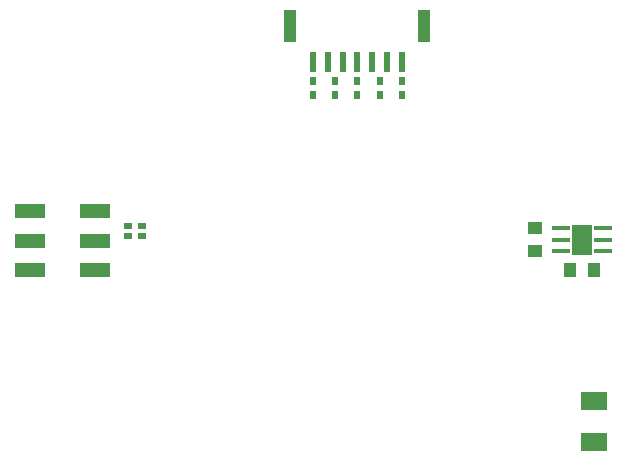
<source format=gbr>
G04 #@! TF.FileFunction,Paste,Top*
%FSLAX46Y46*%
G04 Gerber Fmt 4.6, Leading zero omitted, Abs format (unit mm)*
G04 Created by KiCad (PCBNEW 4.0.5-e0-6337~49~ubuntu14.04.1) date Sat Jun 17 20:19:58 2017*
%MOMM*%
%LPD*%
G01*
G04 APERTURE LIST*
%ADD10C,0.100000*%
%ADD11R,2.500000X1.200000*%
%ADD12R,0.800000X0.500000*%
%ADD13R,0.600000X1.700000*%
%ADD14R,1.000000X2.700000*%
%ADD15R,2.300000X1.500000*%
%ADD16R,1.000000X1.200000*%
%ADD17R,1.200000X1.000000*%
%ADD18R,0.500000X0.800000*%
%ADD19R,1.500000X0.450000*%
%ADD20R,1.750000X2.500000*%
G04 APERTURE END LIST*
D10*
D11*
X147250000Y-58000000D03*
X147250000Y-55500000D03*
X147250000Y-53000000D03*
X152750000Y-53000000D03*
X152750000Y-55500000D03*
X152750000Y-58000000D03*
D12*
X155551891Y-54258927D03*
X156751891Y-54258927D03*
D13*
X176250000Y-40400000D03*
X175000000Y-40400000D03*
X177500000Y-40400000D03*
X178750000Y-40400000D03*
D14*
X169325000Y-37350000D03*
X180675000Y-37350000D03*
D13*
X173750000Y-40400000D03*
X172500000Y-40400000D03*
X171250000Y-40400000D03*
D12*
X155551892Y-55058927D03*
X156751892Y-55058927D03*
D15*
X195000000Y-69050000D03*
X195000000Y-72550000D03*
D16*
X195000000Y-58000000D03*
X193000000Y-58000000D03*
D17*
X190000000Y-56400000D03*
X190000000Y-54400000D03*
D18*
X171250000Y-42000000D03*
X171250000Y-43200000D03*
X173100000Y-42000000D03*
X173100000Y-43200000D03*
X175000000Y-42000000D03*
X175000000Y-43200000D03*
X176900000Y-42000000D03*
X176900000Y-43200000D03*
X178750000Y-42000000D03*
X178750000Y-43200000D03*
D19*
X192200000Y-54450000D03*
X192200000Y-55400000D03*
X192200000Y-56350000D03*
X195800000Y-56350000D03*
X195800000Y-55400000D03*
X195800000Y-54450000D03*
D20*
X194000000Y-55400000D03*
M02*

</source>
